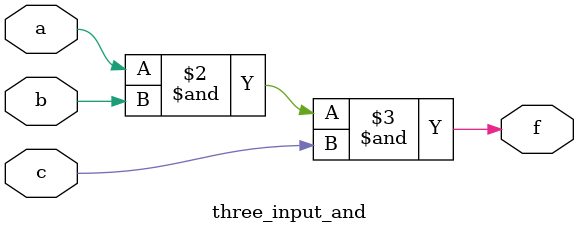
<source format=v>
module three_input_and(a,b,c,f);
  input a,b,c;
  output f;

  reg f;

  always @(*)
    begin
      f = a&b&c;
    end

endmodule

</source>
